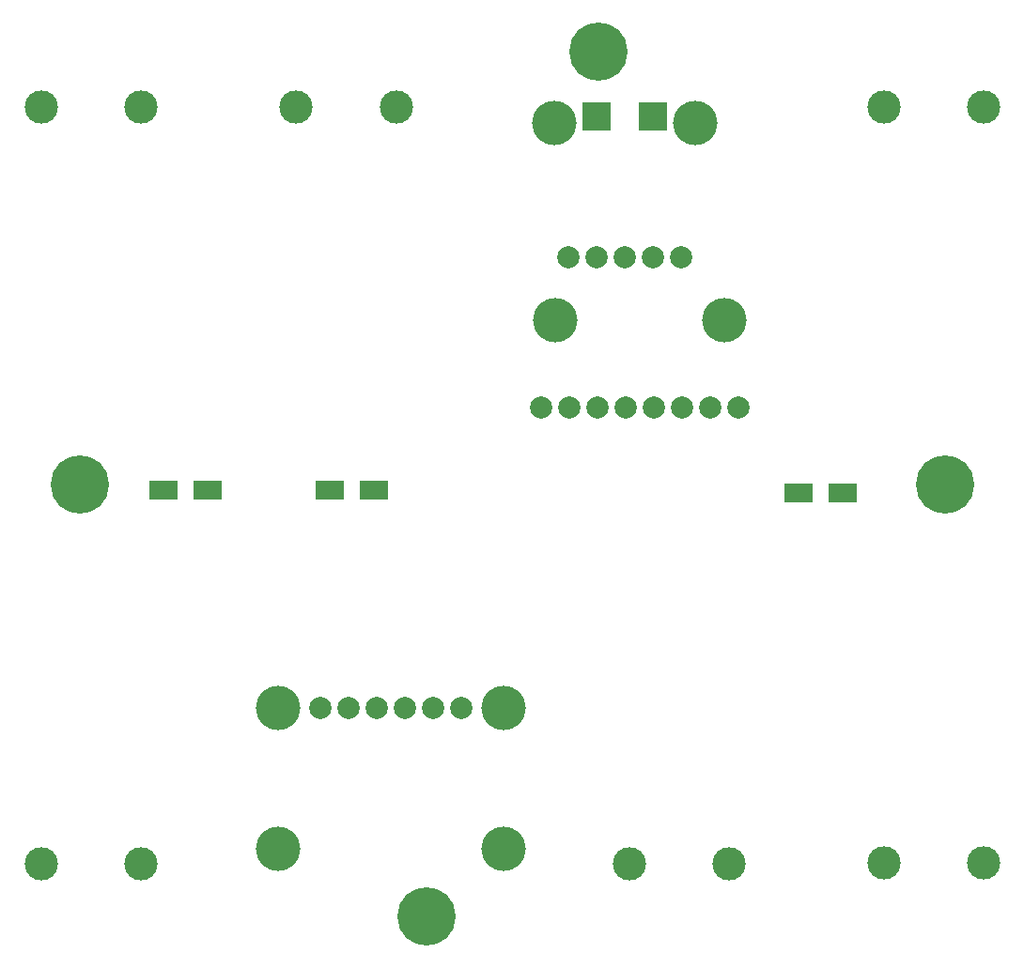
<source format=gbr>
%TF.GenerationSoftware,KiCad,Pcbnew,(5.1.10)-1*%
%TF.CreationDate,2022-05-09T17:44:24-07:00*%
%TF.ProjectId,solar-panel-side-Z,736f6c61-722d-4706-916e-656c2d736964,1.0*%
%TF.SameCoordinates,Original*%
%TF.FileFunction,Soldermask,Top*%
%TF.FilePolarity,Negative*%
%FSLAX46Y46*%
G04 Gerber Fmt 4.6, Leading zero omitted, Abs format (unit mm)*
G04 Created by KiCad (PCBNEW (5.1.10)-1) date 2022-05-09 17:44:24*
%MOMM*%
%LPD*%
G01*
G04 APERTURE LIST*
%ADD10C,5.250000*%
%ADD11C,4.000000*%
%ADD12C,2.000000*%
%ADD13R,2.500000X1.700000*%
%ADD14R,2.500000X2.500000*%
%ADD15C,3.000000*%
G04 APERTURE END LIST*
D10*
%TO.C,J5*%
X188500000Y-85000000D03*
%TD*%
%TO.C,J4*%
X157250000Y-46000000D03*
%TD*%
%TO.C,J3*%
X141750000Y-124000000D03*
%TD*%
%TO.C,J2*%
X110500000Y-85000000D03*
%TD*%
D11*
%TO.C,U1*%
X148660000Y-117850000D03*
X128340000Y-117850000D03*
X148660000Y-105150000D03*
D12*
X142310000Y-105150000D03*
X139770000Y-105150000D03*
X144850000Y-105150000D03*
X132150000Y-105150000D03*
X134690000Y-105150000D03*
X137230000Y-105150000D03*
D11*
X128340000Y-105150000D03*
%TD*%
D13*
%TO.C,D3*%
X179250000Y-85750000D03*
X175250000Y-85750000D03*
%TD*%
%TO.C,D2*%
X137000000Y-85500000D03*
X133000000Y-85500000D03*
%TD*%
%TO.C,D1*%
X118000000Y-85500000D03*
X122000000Y-85500000D03*
%TD*%
D11*
%TO.C,U3*%
X153380000Y-70190000D03*
X168620000Y-70190000D03*
D12*
X157190000Y-78064000D03*
X159730000Y-78064000D03*
X152110000Y-78064000D03*
X154650000Y-78064000D03*
X169890000Y-78064000D03*
X167350000Y-78064000D03*
X164810000Y-78064000D03*
X162270000Y-78064000D03*
%TD*%
D14*
%TO.C,U2*%
X162190000Y-51800000D03*
X157110000Y-51800000D03*
D11*
X166000000Y-52435000D03*
X153300000Y-52435000D03*
D12*
X154570000Y-64500000D03*
X157110000Y-64500000D03*
X164730000Y-64500000D03*
X162190000Y-64500000D03*
X159650000Y-64500000D03*
%TD*%
D15*
%TO.C,SC5*%
X191952000Y-51008000D03*
X182952000Y-51008000D03*
%TD*%
%TO.C,SC4*%
X169000000Y-119250000D03*
X160000000Y-119250000D03*
%TD*%
%TO.C,SC6*%
X191952000Y-119172000D03*
X182952000Y-119172000D03*
%TD*%
%TO.C,SC3*%
X130000000Y-51000000D03*
X139000000Y-51000000D03*
%TD*%
%TO.C,SC2*%
X107006000Y-119250000D03*
X116006000Y-119250000D03*
%TD*%
%TO.C,SC1*%
X116006000Y-51008000D03*
X107006000Y-51008000D03*
%TD*%
M02*

</source>
